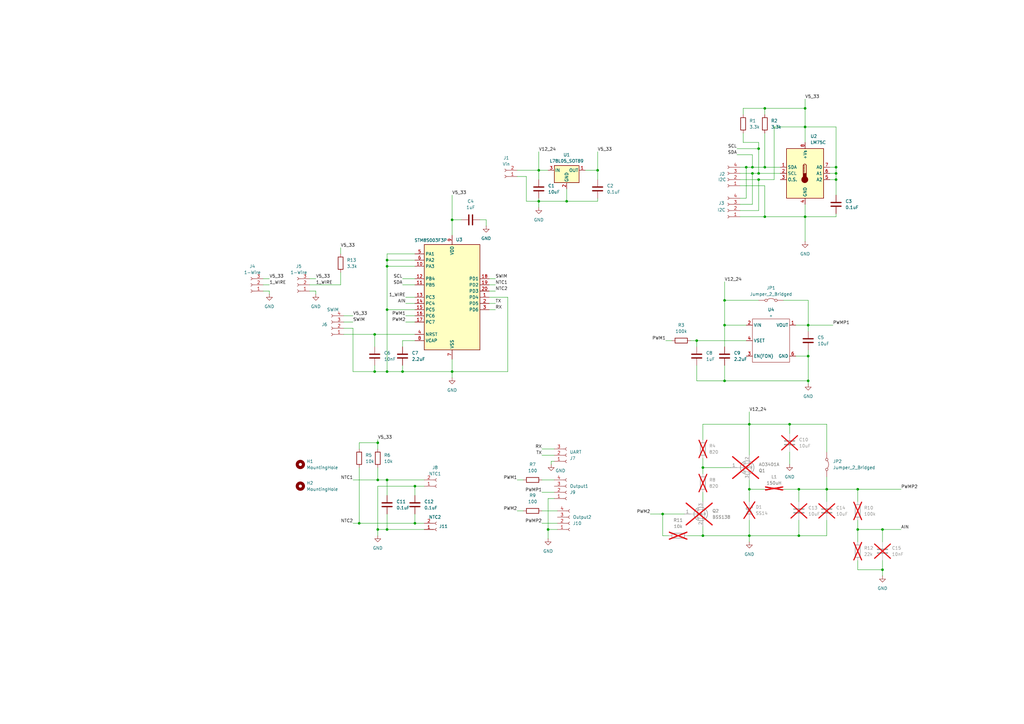
<source format=kicad_sch>
(kicad_sch (version 20231120) (generator "eeschema") (generator_version "8.0")
  (paper "A3")
  (lib_symbols
    (symbol "Connector:Conn_01x02_Socket" (pin_names (offset 1.016) hide)
      (property "Reference" "J" (at 0 2.54 0))
      (property "Value" "Conn_01x02_Socket" (at 0 -5.08 0))
      (symbol "Conn_01x02_Socket_1_1"
        (arc (start 0 -2.032) (mid -0.5058 -2.54) (end 0 -3.048) (stroke (width 0.1524)))
        (polyline (pts (xy -1.27 -2.54) (xy -0.508 -2.54)) (stroke (width 0.1524)))
        (polyline (pts (xy -1.27 0) (xy -0.508 0)) (stroke (width 0.1524)))
        (arc (start 0 0.508) (mid -0.5058 0) (end 0 -0.508) (stroke (width 0.1524)))
        (pin passive line (at -5.08 0 0) (length 3.81) (name "Pin_1") (number "1"))
        (pin passive line (at -5.08 -2.54 0) (length 3.81) (name "Pin_2") (number "2"))
      )
    )
    (symbol "Connector:Conn_01x03_Socket" (pin_names (offset 1.016) hide)
      (property "Reference" "J" (at 0 5.08 0))
      (property "Value" "Conn_01x03_Socket" (at 0 -5.08 0))
      (symbol "Conn_01x03_Socket_1_1"
        (arc (start 0 -2.032) (mid -0.5058 -2.54) (end 0 -3.048) (stroke (width 0.1524)))
        (polyline (pts (xy -1.27 -2.54) (xy -0.508 -2.54)) (stroke (width 0.1524)))
        (polyline (pts (xy -1.27 0) (xy -0.508 0)) (stroke (width 0.1524)))
        (polyline (pts (xy -1.27 2.54) (xy -0.508 2.54)) (stroke (width 0.1524)))
        (arc (start 0 0.508) (mid -0.5058 0) (end 0 -0.508) (stroke (width 0.1524)))
        (arc (start 0 3.048) (mid -0.5058 2.54) (end 0 2.032) (stroke (width 0.1524)))
        (pin passive line (at -5.08 2.54 0) (length 3.81) (name "Pin_1") (number "1"))
        (pin passive line (at -5.08 0 0) (length 3.81) (name "Pin_2") (number "2"))
        (pin passive line (at -5.08 -2.54 0) (length 3.81) (name "Pin_3") (number "3"))
      )
    )
    (symbol "Connector:Conn_01x04_Socket" (pin_names (offset 1.016) hide)
      (property "Reference" "J" (at 0 5.08 0))
      (property "Value" "Conn_01x04_Socket" (at 0 -7.62 0))
      (symbol "Conn_01x04_Socket_1_1"
        (arc (start 0 -4.572) (mid -0.5058 -5.08) (end 0 -5.588) (stroke (width 0.1524)))
        (arc (start 0 -2.032) (mid -0.5058 -2.54) (end 0 -3.048) (stroke (width 0.1524)))
        (polyline (pts (xy -1.27 -5.08) (xy -0.508 -5.08)) (stroke (width 0.1524)))
        (polyline (pts (xy -1.27 -2.54) (xy -0.508 -2.54)) (stroke (width 0.1524)))
        (polyline (pts (xy -1.27 0) (xy -0.508 0)) (stroke (width 0.1524)))
        (polyline (pts (xy -1.27 2.54) (xy -0.508 2.54)) (stroke (width 0.1524)))
        (arc (start 0 0.508) (mid -0.5058 0) (end 0 -0.508) (stroke (width 0.1524)))
        (arc (start 0 3.048) (mid -0.5058 2.54) (end 0 2.032) (stroke (width 0.1524)))
        (pin passive line (at -5.08 2.54 0) (length 3.81) (name "Pin_1") (number "1"))
        (pin passive line (at -5.08 0 0) (length 3.81) (name "Pin_2") (number "2"))
        (pin passive line (at -5.08 -2.54 0) (length 3.81) (name "Pin_3") (number "3"))
        (pin passive line (at -5.08 -5.08 0) (length 3.81) (name "Pin_4") (number "4"))
      )
    )
    (symbol "Custom:NCT3941"
      (property "Reference" "U4" (at 0 10.16 0))
      (property "Value" "~" (at 0 7.62 0))
      (symbol "NCT3941_0_1"
        (rectangle (start -7.62 6.35) (end 7.62 -11.43))
      )
      (symbol "NCT3941_1_0"
        (pin free line (at 10.16 -8.89 180) (length 2.54) hide (name "PAD") (number "9"))
      )
      (symbol "NCT3941_1_1"
        (pin power_out line (at 10.16 3.81 180) (length 2.54) (name "VOUT") (number "1"))
        (pin power_in line (at -10.16 3.81 0) (length 2.54) (name "VIN") (number "2"))
        (pin input line (at -10.16 -8.89 0) (length 2.54) (name "EN(FON)") (number "3"))
        (pin input line (at -10.16 -2.54 0) (length 2.54) (name "VSET") (number "4"))
        (pin free line (at 10.16 -8.89 180) (length 2.54) hide (name "NC") (number "5"))
        (pin power_in line (at 10.16 -8.89 180) (length 2.54) (name "GND") (number "6"))
        (pin free line (at 10.16 -8.89 180) (length 2.54) hide (name "NC") (number "7"))
        (pin free line (at 10.16 -8.89 180) (length 2.54) hide (name "NC") (number "8"))
      )
    )
    (symbol "Device:C" (pin_numbers hide) (pin_names (offset 0.254))
      (property "Reference" "C" (at 0.635 2.54 0))
      (property "Value" "C" (at 0.635 -2.54 0))
      (symbol "C_0_1"
        (polyline (pts (xy -2.032 -0.762) (xy 2.032 -0.762)) (stroke (width 0.508)))
        (polyline (pts (xy -2.032 0.762) (xy 2.032 0.762)) (stroke (width 0.508)))
      )
      (symbol "C_1_1"
        (pin passive line (at 0 3.81 270) (length 2.794) (name "~") (number "1"))
        (pin passive line (at 0 -3.81 90) (length 2.794) (name "~") (number "2"))
      )
    )
    (symbol "Device:L" (pin_numbers hide) (pin_names (offset 1.016) hide)
      (property "Reference" "L" (at -1.27 0 90))
      (property "Value" "L" (at 1.905 0 90))
      (symbol "L_0_1"
        (arc (start 0 -2.54) (mid 0.6323 -1.905) (end 0 -1.27))
        (arc (start 0 -1.27) (mid 0.6323 -0.635) (end 0 0))
        (arc (start 0 0) (mid 0.6323 0.635) (end 0 1.27))
        (arc (start 0 1.27) (mid 0.6323 1.905) (end 0 2.54))
      )
      (symbol "L_1_1"
        (pin passive line (at 0 3.81 270) (length 1.27) (name "1") (number "1"))
        (pin passive line (at 0 -3.81 90) (length 1.27) (name "2") (number "2"))
      )
    )
    (symbol "Device:R" (pin_numbers hide) (pin_names (offset 0))
      (property "Reference" "R" (at 2.032 0 90))
      (property "Value" "R" (at 0 0 90))
      (symbol "R_0_1"
        (rectangle (start -1.016 -2.54) (end 1.016 2.54) (stroke (width 0.254)))
      )
      (symbol "R_1_1"
        (pin passive line (at 0 3.81 270) (length 1.27) (name "~") (number "1"))
        (pin passive line (at 0 -3.81 90) (length 1.27) (name "~") (number "2"))
      )
    )
    (symbol "Diode:SS14" (pin_numbers hide) (pin_names (offset 1.016) hide)
      (property "Reference" "D" (at 0 2.54 0))
      (property "Value" "SS14" (at 0 -2.54 0))
      (symbol "SS14_0_1"
        (polyline (pts (xy 1.27 0) (xy -1.27 0)))
        (polyline (pts (xy 1.27 1.27) (xy 1.27 -1.27) (xy -1.27 0) (xy 1.27 1.27)) (stroke (width 0.254)))
        (polyline (pts (xy -1.905 0.635) (xy -1.905 1.27) (xy -1.27 1.27) (xy -1.27 -1.27) (xy -0.635 -1.27) (xy -0.635 -0.635)) (stroke (width 0.254)))
      )
      (symbol "SS14_1_1"
        (pin passive line (at -3.81 0 0) (length 2.54) (name "K") (number "1"))
        (pin passive line (at 3.81 0 180) (length 2.54) (name "A") (number "2"))
      )
    )
    (symbol "Jumper:Jumper_2_Bridged" (pin_numbers hide) (pin_names (offset 0) hide) (exclude_from_sim yes)
      (property "Reference" "JP" (at 0 1.905 0))
      (property "Value" "Jumper_2_Bridged" (at 0 -2.54 0))
      (symbol "Jumper_2_Bridged_0_0"
        (circle (center -2.032 0) (radius 0.508))
        (circle (center 2.032 0) (radius 0.508))
      )
      (symbol "Jumper_2_Bridged_0_1"
        (arc (start 1.524 0.254) (mid 0 0.762) (end -1.524 0.254))
      )
      (symbol "Jumper_2_Bridged_1_1"
        (pin passive line (at -5.08 0 0) (length 2.54) (name "A") (number "1"))
        (pin passive line (at 5.08 0 180) (length 2.54) (name "B") (number "2"))
      )
    )
    (symbol "MCU_ST_STM8:STM8S003F3P"
      (property "Reference" "U" (at 1.27 25.4 0))
      (property "Value" "STM8S003F3P" (at 1.27 22.86 0))
      (symbol "STM8S003F3P_0_1"
        (rectangle (start -11.43 21.59) (end 11.43 -21.59) (stroke (width 0.254)) (fill (type background)))
      )
      (symbol "STM8S003F3P_1_1"
        (pin bidirectional line (at 15.24 0 180) (length 3.81) (name "PD4") (number "1"))
        (pin bidirectional line (at -15.24 12.7 0) (length 3.81) (name "PA3") (number "10"))
        (pin bidirectional line (at -15.24 5.08 0) (length 3.81) (name "PB5") (number "11"))
        (pin bidirectional line (at -15.24 7.62 0) (length 3.81) (name "PB4") (number "12"))
        (pin bidirectional line (at -15.24 0 0) (length 3.81) (name "PC3") (number "13"))
        (pin bidirectional line (at -15.24 -2.54 0) (length 3.81) (name "PC4") (number "14"))
        (pin bidirectional line (at -15.24 -5.08 0) (length 3.81) (name "PC5") (number "15"))
        (pin bidirectional line (at -15.24 -7.62 0) (length 3.81) (name "PC6") (number "16"))
        (pin bidirectional line (at -15.24 -10.16 0) (length 3.81) (name "PC7") (number "17"))
        (pin bidirectional line (at 15.24 7.62 180) (length 3.81) (name "PD1") (number "18"))
        (pin bidirectional line (at 15.24 5.08 180) (length 3.81) (name "PD2") (number "19"))
        (pin bidirectional line (at 15.24 -2.54 180) (length 3.81) (name "PD5") (number "2"))
        (pin bidirectional line (at 15.24 2.54 180) (length 3.81) (name "PD3") (number "20"))
        (pin bidirectional line (at 15.24 -5.08 180) (length 3.81) (name "PD6") (number "3"))
        (pin input line (at -15.24 -15.24 0) (length 3.81) (name "NRST") (number "4"))
        (pin bidirectional line (at -15.24 17.78 0) (length 3.81) (name "PA1") (number "5"))
        (pin bidirectional line (at -15.24 15.24 0) (length 3.81) (name "PA2") (number "6"))
        (pin power_in line (at 0 -25.4 90) (length 3.81) (name "VSS") (number "7"))
        (pin passive line (at -15.24 -17.78 0) (length 3.81) (name "VCAP") (number "8"))
        (pin power_in line (at 0 25.4 270) (length 3.81) (name "VDD") (number "9"))
      )
    )
    (symbol "Mechanical:MountingHole" (pin_names (offset 1.016)) (exclude_from_sim yes) (in_bom no)
      (property "Reference" "H" (at 0 5.08 0))
      (property "Value" "MountingHole" (at 0 3.175 0))
      (symbol "MountingHole_0_1"
        (circle (center 0 0) (radius 1.27) (stroke (width 1.27)))
      )
    )
    (symbol "Regulator_Linear:L78L05_SOT89" (pin_names (offset 0.254))
      (property "Reference" "U" (at -3.81 3.175 0))
      (property "Value" "L78L05_SOT89" (at -0.635 3.175 0))
      (symbol "L78L05_SOT89_0_1"
        (rectangle (start -5.08 1.905) (end 5.08 -5.08) (stroke (width 0.254)) (fill (type background)))
      )
      (symbol "L78L05_SOT89_1_1"
        (pin power_out line (at 7.62 0 180) (length 2.54) (name "OUT") (number "1"))
        (pin power_in line (at 0 -7.62 90) (length 2.54) (name "GND") (number "2"))
        (pin power_in line (at -7.62 0 0) (length 2.54) (name "IN") (number "3"))
      )
    )
    (symbol "Sensor_Temperature:LM75C"
      (property "Reference" "U" (at -6.35 11.43 0))
      (property "Value" "LM75C" (at 0 11.43 0))
      (symbol "LM75C_0_1"
        (rectangle (start -7.62 10.16) (end 7.62 -10.16) (stroke (width 0.254)) (fill (type background)))
        (circle (center -0.127 -2.54) (radius 1.27) (stroke (width 0.254)) (fill (type outline)))
        (polyline (pts (xy -0.762 0.635) (xy -0.127 0.635)) (stroke (width 0.254)))
        (polyline (pts (xy -0.762 1.27) (xy -0.127 1.27)) (stroke (width 0.254)))
        (polyline (pts (xy -0.762 1.905) (xy -0.127 1.905)) (stroke (width 0.254)))
        (polyline (pts (xy -0.762 2.54) (xy -0.127 2.54)) (stroke (width 0.254)))
        (polyline (pts (xy -0.762 3.175) (xy -0.762 0)) (stroke (width 0.254)))
        (polyline (pts (xy -0.762 3.175) (xy -0.127 3.175)) (stroke (width 0.254)))
        (polyline (pts (xy 0.508 3.175) (xy 0.508 0)) (stroke (width 0.254)))
        (rectangle (start 0.508 -1.905) (end -0.762 0) (stroke (width 0.254)) (fill (type outline)))
        (arc (start 0.508 3.175) (mid -0.127 3.8073) (end -0.762 3.175) (stroke (width 0.254)))
      )
      (symbol "LM75C_1_1"
        (pin bidirectional line (at -10.16 2.54 0) (length 2.54) (name "SDA") (number "1"))
        (pin input line (at -10.16 0 0) (length 2.54) (name "SCL") (number "2"))
        (pin open_collector line (at -10.16 -2.54 0) (length 2.54) (name "O.S.") (number "3"))
        (pin power_in line (at 0 -12.7 90) (length 2.54) (name "GND") (number "4"))
        (pin input line (at 10.16 -2.54 180) (length 2.54) (name "A2") (number "5"))
        (pin input line (at 10.16 0 180) (length 2.54) (name "A1") (number "6"))
        (pin input line (at 10.16 2.54 180) (length 2.54) (name "A0") (number "7"))
        (pin power_in line (at 0 12.7 270) (length 2.54) (name "+Vs") (number "8"))
      )
    )
    (symbol "Transistor_FET:AO3401A" (pin_names hide)
      (property "Reference" "Q" (at 5.08 1.905 0))
      (property "Value" "AO3401A" (at 5.08 0 0))
      (symbol "AO3401A_0_1"
        (polyline (pts (xy 0.254 0) (xy -2.54 0)))
        (polyline (pts (xy 0.254 1.905) (xy 0.254 -1.905)) (stroke (width 0.254)))
        (polyline (pts (xy 0.762 -1.27) (xy 0.762 -2.286)) (stroke (width 0.254)))
        (polyline (pts (xy 0.762 0.508) (xy 0.762 -0.508)) (stroke (width 0.254)))
        (polyline (pts (xy 0.762 2.286) (xy 0.762 1.27)) (stroke (width 0.254)))
        (polyline (pts (xy 2.54 2.54) (xy 2.54 1.778)))
        (polyline (pts (xy 2.54 -2.54) (xy 2.54 0) (xy 0.762 0)))
        (polyline (pts (xy 0.762 1.778) (xy 3.302 1.778) (xy 3.302 -1.778) (xy 0.762 -1.778)))
        (polyline (pts (xy 2.286 0) (xy 1.27 0.381) (xy 1.27 -0.381) (xy 2.286 0)) (fill (type outline)))
        (polyline (pts (xy 2.794 -0.508) (xy 2.921 -0.381) (xy 3.683 -0.381) (xy 3.81 -0.254)))
        (polyline (pts (xy 3.302 -0.381) (xy 2.921 0.254) (xy 3.683 0.254) (xy 3.302 -0.381)))
        (circle (center 1.651 0) (radius 2.794) (stroke (width 0.254)))
        (circle (center 2.54 -1.778) (radius 0.254) (fill (type outline)))
        (circle (center 2.54 1.778) (radius 0.254) (fill (type outline)))
      )
      (symbol "AO3401A_1_1"
        (pin input line (at -5.08 0 0) (length 2.54) (name "G") (number "1"))
        (pin passive line (at 2.54 -5.08 90) (length 2.54) (name "S") (number "2"))
        (pin passive line (at 2.54 5.08 270) (length 2.54) (name "D") (number "3"))
      )
    )
    (symbol "Transistor_FET:BSS138" (pin_names hide)
      (property "Reference" "Q" (at 5.08 1.905 0))
      (property "Value" "BSS138" (at 5.08 0 0))
      (symbol "BSS138_0_1"
        (polyline (pts (xy 0.254 0) (xy -2.54 0)))
        (polyline (pts (xy 0.254 1.905) (xy 0.254 -1.905)) (stroke (width 0.254)))
        (polyline (pts (xy 0.762 -1.27) (xy 0.762 -2.286)) (stroke (width 0.254)))
        (polyline (pts (xy 0.762 0.508) (xy 0.762 -0.508)) (stroke (width 0.254)))
        (polyline (pts (xy 0.762 2.286) (xy 0.762 1.27)) (stroke (width 0.254)))
        (polyline (pts (xy 2.54 2.54) (xy 2.54 1.778)))
        (polyline (pts (xy 2.54 -2.54) (xy 2.54 0) (xy 0.762 0)))
        (polyline (pts (xy 0.762 -1.778) (xy 3.302 -1.778) (xy 3.302 1.778) (xy 0.762 1.778)))
        (polyline (pts (xy 1.016 0) (xy 2.032 0.381) (xy 2.032 -0.381) (xy 1.016 0)) (fill (type outline)))
        (polyline (pts (xy 2.794 0.508) (xy 2.921 0.381) (xy 3.683 0.381) (xy 3.81 0.254)))
        (polyline (pts (xy 3.302 0.381) (xy 2.921 -0.254) (xy 3.683 -0.254) (xy 3.302 0.381)))
        (circle (center 1.651 0) (radius 2.794) (stroke (width 0.254)))
        (circle (center 2.54 -1.778) (radius 0.254) (fill (type outline)))
        (circle (center 2.54 1.778) (radius 0.254) (fill (type outline)))
      )
      (symbol "BSS138_1_1"
        (pin input line (at -5.08 0 0) (length 2.54) (name "G") (number "1"))
        (pin passive line (at 2.54 -5.08 90) (length 2.54) (name "S") (number "2"))
        (pin passive line (at 2.54 5.08 270) (length 2.54) (name "D") (number "3"))
      )
    )
    (symbol "power:GND" (power) (pin_numbers hide) (pin_names (offset 0) hide)
      (property "Value" "GND" (at 0 -3.81 0))
      (symbol "GND_0_1"
        (polyline (pts (xy 0 0) (xy 0 -1.27) (xy 1.27 -1.27) (xy 0 -2.54) (xy -1.27 -1.27) (xy 0 -1.27)))
      )
      (symbol "GND_1_1"
        (pin power_in line (at 0 0 270) (length 0) (name "~") (number "1"))
      )
    )
  )
  (junction (at 313.69 68.58))
  (junction (at 330.2 88.9))
  (junction (at 158.75 127))
  (junction (at 311.15 60.96))
  (junction (at 313.69 88.9))
  (junction (at 220.98 82.55))
  (junction (at 327.66 200.66))
  (junction (at 361.95 233.68))
  (junction (at 245.11 69.85))
  (junction (at 342.9 71.12))
  (junction (at 330.2 52.07))
  (junction (at 307.34 173.99))
  (junction (at 232.41 82.55))
  (junction (at 313.69 44.45))
  (junction (at 323.85 173.99))
  (junction (at 288.29 191.77))
  (junction (at 271.78 210.82))
  (junction (at 170.18 214.63))
  (junction (at 339.09 200.66))
  (junction (at 307.34 200.66))
  (junction (at 285.75 139.7))
  (junction (at 158.75 106.68))
  (junction (at 342.9 73.66))
  (junction (at 158.75 152.4))
  (junction (at 158.75 109.22))
  (junction (at 308.61 71.12))
  (junction (at 297.18 133.35))
  (junction (at 185.42 152.4))
  (junction (at 327.66 219.71))
  (junction (at 158.75 196.85))
  (junction (at 330.2 44.45))
  (junction (at 361.95 217.17))
  (junction (at 342.9 68.58))
  (junction (at 297.18 123.19))
  (junction (at 153.67 137.16))
  (junction (at 331.47 133.35))
  (junction (at 331.47 156.21))
  (junction (at 351.79 200.66))
  (junction (at 311.15 73.66))
  (junction (at 307.34 219.71))
  (junction (at 154.94 217.17))
  (junction (at 165.1 152.4))
  (junction (at 311.15 71.12))
  (junction (at 308.61 68.58))
  (junction (at 147.32 214.63))
  (junction (at 297.18 156.21))
  (junction (at 185.42 90.17))
  (junction (at 220.98 69.85))
  (junction (at 158.75 217.17))
  (junction (at 351.79 217.17))
  (junction (at 331.47 146.05))
  (junction (at 288.29 219.71))
  (junction (at 154.94 181.61))
  (junction (at 154.94 196.85))
  (junction (at 306.07 68.58))
  (junction (at 170.18 199.39))
  (junction (at 224.79 217.17))
  (junction (at 153.67 152.4))
  (wire (pts (xy 351.79 233.68) (xy 361.95 233.68)))
  (wire (pts (xy 208.28 152.4) (xy 208.28 121.92)))
  (wire (pts (xy 170.18 210.82) (xy 170.18 214.63)))
  (wire (pts (xy 165.1 116.84) (xy 170.18 116.84)))
  (wire (pts (xy 311.15 58.42) (xy 311.15 60.96)))
  (wire (pts (xy 224.79 204.47) (xy 224.79 217.17)))
  (wire (pts (xy 281.94 219.71) (xy 288.29 219.71)))
  (wire (pts (xy 339.09 200.66) (xy 351.79 200.66)))
  (wire (pts (xy 288.29 191.77) (xy 299.72 191.77)))
  (wire (pts (xy 144.78 214.63) (xy 147.32 214.63)))
  (wire (pts (xy 331.47 156.21) (xy 331.47 146.05)))
  (wire (pts (xy 297.18 123.19) (xy 311.15 123.19)))
  (wire (pts (xy 215.9 72.39) (xy 215.9 82.55)))
  (wire (pts (xy 304.8 58.42) (xy 311.15 58.42)))
  (wire (pts (xy 351.79 213.36) (xy 351.79 217.17)))
  (wire (pts (xy 313.69 46.99) (xy 313.69 44.45)))
  (wire (pts (xy 212.09 209.55) (xy 214.63 209.55)))
  (wire (pts (xy 303.53 73.66) (xy 311.15 73.66)))
  (wire (pts (xy 144.78 134.62) (xy 144.78 152.4)))
  (wire (pts (xy 170.18 199.39) (xy 173.99 199.39)))
  (wire (pts (xy 327.66 219.71) (xy 339.09 219.71)))
  (wire (pts (xy 323.85 173.99) (xy 307.34 173.99)))
  (wire (pts (xy 147.32 214.63) (xy 170.18 214.63)))
  (wire (pts (xy 166.37 124.46) (xy 170.18 124.46)))
  (wire (pts (xy 165.1 142.24) (xy 165.1 139.7)))
  (wire (pts (xy 361.95 229.87) (xy 361.95 233.68)))
  (wire (pts (xy 311.15 73.66) (xy 317.5 73.66)))
  (wire (pts (xy 199.39 90.17) (xy 196.85 90.17)))
  (wire (pts (xy 154.94 199.39) (xy 154.94 217.17)))
  (wire (pts (xy 327.66 205.74) (xy 327.66 200.66)))
  (wire (pts (xy 342.9 68.58) (xy 342.9 71.12)))
  (wire (pts (xy 342.9 88.9) (xy 330.2 88.9)))
  (wire (pts (xy 361.95 222.25) (xy 361.95 217.17)))
  (wire (pts (xy 127 116.84) (xy 139.7 116.84)))
  (wire (pts (xy 313.69 88.9) (xy 330.2 88.9)))
  (wire (pts (xy 339.09 173.99) (xy 323.85 173.99)))
  (wire (pts (xy 158.75 196.85) (xy 158.75 203.2)))
  (wire (pts (xy 313.69 54.61) (xy 313.69 68.58)))
  (wire (pts (xy 139.7 111.76) (xy 139.7 116.84)))
  (wire (pts (xy 107.95 114.3) (xy 110.49 114.3)))
  (wire (pts (xy 154.94 196.85) (xy 158.75 196.85)))
  (wire (pts (xy 303.53 83.82) (xy 308.61 83.82)))
  (wire (pts (xy 227.33 204.47) (xy 224.79 204.47)))
  (wire (pts (xy 283.21 139.7) (xy 285.75 139.7)))
  (wire (pts (xy 154.94 181.61) (xy 154.94 184.15)))
  (wire (pts (xy 158.75 152.4) (xy 165.1 152.4)))
  (wire (pts (xy 220.98 69.85) (xy 224.79 69.85)))
  (wire (pts (xy 317.5 52.07) (xy 330.2 52.07)))
  (wire (pts (xy 158.75 106.68) (xy 170.18 106.68)))
  (wire (pts (xy 339.09 195.58) (xy 339.09 200.66)))
  (wire (pts (xy 327.66 213.36) (xy 327.66 219.71)))
  (wire (pts (xy 340.36 71.12) (xy 342.9 71.12)))
  (wire (pts (xy 153.67 142.24) (xy 153.67 137.16)))
  (wire (pts (xy 307.34 219.71) (xy 307.34 222.25)))
  (wire (pts (xy 297.18 133.35) (xy 306.07 133.35)))
  (wire (pts (xy 245.11 82.55) (xy 232.41 82.55)))
  (wire (pts (xy 220.98 62.23) (xy 220.98 69.85)))
  (wire (pts (xy 212.09 72.39) (xy 215.9 72.39)))
  (wire (pts (xy 147.32 184.15) (xy 147.32 181.61)))
  (wire (pts (xy 154.94 191.77) (xy 154.94 196.85)))
  (wire (pts (xy 288.29 173.99) (xy 288.29 180.34)))
  (wire (pts (xy 330.2 88.9) (xy 330.2 99.06)))
  (wire (pts (xy 326.39 133.35) (xy 331.47 133.35)))
  (wire (pts (xy 200.66 119.38) (xy 203.2 119.38)))
  (wire (pts (xy 185.42 80.01) (xy 185.42 90.17)))
  (wire (pts (xy 274.32 219.71) (xy 271.78 219.71)))
  (wire (pts (xy 158.75 127) (xy 158.75 152.4)))
  (wire (pts (xy 302.26 63.5) (xy 308.61 63.5)))
  (wire (pts (xy 154.94 180.34) (xy 154.94 181.61)))
  (wire (pts (xy 340.36 68.58) (xy 342.9 68.58)))
  (wire (pts (xy 158.75 217.17) (xy 173.99 217.17)))
  (wire (pts (xy 307.34 173.99) (xy 307.34 186.69)))
  (wire (pts (xy 288.29 219.71) (xy 307.34 219.71)))
  (wire (pts (xy 245.11 73.66) (xy 245.11 69.85)))
  (wire (pts (xy 351.79 229.87) (xy 351.79 233.68)))
  (wire (pts (xy 313.69 68.58) (xy 320.04 68.58)))
  (wire (pts (xy 308.61 68.58) (xy 313.69 68.58)))
  (wire (pts (xy 342.9 87.63) (xy 342.9 88.9)))
  (wire (pts (xy 144.78 196.85) (xy 154.94 196.85)))
  (wire (pts (xy 185.42 152.4) (xy 185.42 154.94)))
  (wire (pts (xy 226.06 189.23) (xy 226.06 190.5)))
  (wire (pts (xy 323.85 185.42) (xy 323.85 190.5)))
  (wire (pts (xy 140.97 132.08) (xy 144.78 132.08)))
  (wire (pts (xy 140.97 134.62) (xy 144.78 134.62)))
  (wire (pts (xy 311.15 60.96) (xy 311.15 71.12)))
  (wire (pts (xy 285.75 139.7) (xy 285.75 142.24)))
  (wire (pts (xy 303.53 76.2) (xy 313.69 76.2)))
  (wire (pts (xy 199.39 92.71) (xy 199.39 90.17)))
  (wire (pts (xy 154.94 217.17) (xy 158.75 217.17)))
  (wire (pts (xy 342.9 52.07) (xy 342.9 68.58)))
  (wire (pts (xy 361.95 217.17) (xy 351.79 217.17)))
  (wire (pts (xy 326.39 146.05) (xy 331.47 146.05)))
  (wire (pts (xy 158.75 210.82) (xy 158.75 217.17)))
  (wire (pts (xy 127 119.38) (xy 129.54 119.38)))
  (wire (pts (xy 232.41 77.47) (xy 232.41 82.55)))
  (wire (pts (xy 306.07 68.58) (xy 308.61 68.58)))
  (wire (pts (xy 200.66 127) (xy 203.2 127)))
  (wire (pts (xy 170.18 199.39) (xy 170.18 203.2)))
  (wire (pts (xy 307.34 219.71) (xy 327.66 219.71)))
  (wire (pts (xy 288.29 201.93) (xy 288.29 205.74)))
  (wire (pts (xy 317.5 73.66) (xy 317.5 52.07)))
  (wire (pts (xy 311.15 73.66) (xy 311.15 86.36)))
  (wire (pts (xy 303.53 71.12) (xy 308.61 71.12)))
  (wire (pts (xy 323.85 173.99) (xy 323.85 177.8)))
  (wire (pts (xy 297.18 142.24) (xy 297.18 133.35)))
  (wire (pts (xy 185.42 147.32) (xy 185.42 152.4)))
  (wire (pts (xy 297.18 123.19) (xy 297.18 133.35)))
  (wire (pts (xy 339.09 205.74) (xy 339.09 200.66)))
  (wire (pts (xy 232.41 82.55) (xy 220.98 82.55)))
  (wire (pts (xy 304.8 46.99) (xy 304.8 44.45)))
  (wire (pts (xy 266.7 210.82) (xy 271.78 210.82)))
  (wire (pts (xy 361.95 233.68) (xy 361.95 236.22)))
  (wire (pts (xy 222.25 186.69) (xy 227.33 186.69)))
  (wire (pts (xy 307.34 173.99) (xy 288.29 173.99)))
  (wire (pts (xy 351.79 217.17) (xy 351.79 222.25)))
  (wire (pts (xy 307.34 200.66) (xy 313.69 200.66)))
  (wire (pts (xy 330.2 40.64) (xy 330.2 44.45)))
  (wire (pts (xy 288.29 191.77) (xy 288.29 194.31)))
  (wire (pts (xy 212.09 196.85) (xy 214.63 196.85)))
  (wire (pts (xy 273.05 139.7) (xy 275.59 139.7)))
  (wire (pts (xy 227.33 189.23) (xy 226.06 189.23)))
  (wire (pts (xy 321.31 123.19) (xy 331.47 123.19)))
  (wire (pts (xy 307.34 213.36) (xy 307.34 219.71)))
  (wire (pts (xy 222.25 184.15) (xy 227.33 184.15)))
  (wire (pts (xy 308.61 71.12) (xy 311.15 71.12)))
  (wire (pts (xy 285.75 139.7) (xy 306.07 139.7)))
  (wire (pts (xy 271.78 219.71) (xy 271.78 210.82)))
  (wire (pts (xy 158.75 104.14) (xy 158.75 106.68)))
  (wire (pts (xy 351.79 200.66) (xy 351.79 205.74)))
  (wire (pts (xy 288.29 215.9) (xy 288.29 219.71)))
  (wire (pts (xy 220.98 81.28) (xy 220.98 82.55)))
  (wire (pts (xy 303.53 68.58) (xy 306.07 68.58)))
  (wire (pts (xy 170.18 104.14) (xy 158.75 104.14)))
  (wire (pts (xy 339.09 185.42) (xy 339.09 173.99)))
  (wire (pts (xy 342.9 73.66) (xy 340.36 73.66)))
  (wire (pts (xy 303.53 81.28) (xy 306.07 81.28)))
  (wire (pts (xy 304.8 44.45) (xy 313.69 44.45)))
  (wire (pts (xy 304.8 54.61) (xy 304.8 58.42)))
  (wire (pts (xy 222.25 196.85) (xy 227.33 196.85)))
  (wire (pts (xy 165.1 152.4) (xy 185.42 152.4)))
  (wire (pts (xy 158.75 109.22) (xy 158.75 127)))
  (wire (pts (xy 303.53 86.36) (xy 311.15 86.36)))
  (wire (pts (xy 306.07 81.28) (xy 306.07 68.58)))
  (wire (pts (xy 224.79 217.17) (xy 224.79 220.98)))
  (wire (pts (xy 129.54 119.38) (xy 129.54 120.65)))
  (wire (pts (xy 297.18 156.21) (xy 331.47 156.21)))
  (wire (pts (xy 307.34 196.85) (xy 307.34 200.66)))
  (wire (pts (xy 140.97 137.16) (xy 153.67 137.16)))
  (wire (pts (xy 327.66 200.66) (xy 321.31 200.66)))
  (wire (pts (xy 331.47 135.89) (xy 331.47 133.35)))
  (wire (pts (xy 107.95 119.38) (xy 110.49 119.38)))
  (wire (pts (xy 308.61 63.5) (xy 308.61 68.58)))
  (wire (pts (xy 170.18 214.63) (xy 173.99 214.63)))
  (wire (pts (xy 313.69 76.2) (xy 313.69 88.9)))
  (wire (pts (xy 220.98 69.85) (xy 220.98 73.66)))
  (wire (pts (xy 166.37 132.08) (xy 170.18 132.08)))
  (wire (pts (xy 144.78 152.4) (xy 153.67 152.4)))
  (wire (pts (xy 165.1 149.86) (xy 165.1 152.4)))
  (wire (pts (xy 165.1 139.7) (xy 170.18 139.7)))
  (wire (pts (xy 212.09 69.85) (xy 220.98 69.85)))
  (wire (pts (xy 285.75 149.86) (xy 285.75 156.21)))
  (wire (pts (xy 153.67 149.86) (xy 153.67 152.4)))
  (wire (pts (xy 185.42 152.4) (xy 208.28 152.4)))
  (wire (pts (xy 153.67 137.16) (xy 170.18 137.16)))
  (wire (pts (xy 140.97 129.54) (xy 144.78 129.54)))
  (wire (pts (xy 222.25 201.93) (xy 227.33 201.93)))
  (wire (pts (xy 271.78 210.82) (xy 280.67 210.82)))
  (wire (pts (xy 200.66 116.84) (xy 203.2 116.84)))
  (wire (pts (xy 222.25 209.55) (xy 228.6 209.55)))
  (wire (pts (xy 339.09 213.36) (xy 339.09 219.71)))
  (wire (pts (xy 307.34 168.91) (xy 307.34 173.99)))
  (wire (pts (xy 331.47 123.19) (xy 331.47 133.35)))
  (wire (pts (xy 361.95 217.17) (xy 369.57 217.17)))
  (wire (pts (xy 330.2 52.07) (xy 342.9 52.07)))
  (wire (pts (xy 351.79 200.66) (xy 369.57 200.66)))
  (wire (pts (xy 331.47 157.48) (xy 331.47 156.21)))
  (wire (pts (xy 307.34 200.66) (xy 307.34 205.74)))
  (wire (pts (xy 331.47 143.51) (xy 331.47 146.05)))
  (wire (pts (xy 139.7 101.6) (xy 139.7 104.14)))
  (wire (pts (xy 158.75 106.68) (xy 158.75 109.22)))
  (wire (pts (xy 147.32 191.77) (xy 147.32 214.63)))
  (wire (pts (xy 166.37 121.92) (xy 170.18 121.92)))
  (wire (pts (xy 330.2 83.82) (xy 330.2 88.9)))
  (wire (pts (xy 339.09 200.66) (xy 327.66 200.66)))
  (wire (pts (xy 222.25 214.63) (xy 228.6 214.63)))
  (wire (pts (xy 313.69 44.45) (xy 330.2 44.45)))
  (wire (pts (xy 342.9 71.12) (xy 342.9 73.66)))
  (wire (pts (xy 166.37 129.54) (xy 170.18 129.54)))
  (wire (pts (xy 110.49 119.38) (xy 110.49 120.65)))
  (wire (pts (xy 297.18 115.57) (xy 297.18 123.19)))
  (wire (pts (xy 107.95 116.84) (xy 110.49 116.84)))
  (wire (pts (xy 308.61 71.12) (xy 308.61 83.82)))
  (wire (pts (xy 165.1 114.3) (xy 170.18 114.3)))
  (wire (pts (xy 297.18 149.86) (xy 297.18 156.21)))
  (wire (pts (xy 200.66 114.3) (xy 203.2 114.3)))
  (wire (pts (xy 153.67 152.4) (xy 158.75 152.4)))
  (wire (pts (xy 288.29 187.96) (xy 288.29 191.77)))
  (wire (pts (xy 185.42 90.17) (xy 185.42 96.52)))
  (wire (pts (xy 330.2 44.45) (xy 330.2 52.07)))
  (wire (pts (xy 330.2 58.42) (xy 330.2 52.07)))
  (wire (pts (xy 208.28 121.92) (xy 200.66 121.92)))
  (wire (pts (xy 170.18 199.39) (xy 154.94 199.39)))
  (wire (pts (xy 303.53 88.9) (xy 313.69 88.9)))
  (wire (pts (xy 215.9 82.55) (xy 220.98 82.55)))
  (wire (pts (xy 285.75 156.21) (xy 297.18 156.21)))
  (wire (pts (xy 189.23 90.17) (xy 185.42 90.17)))
  (wire (pts (xy 224.79 217.17) (xy 228.6 217.17)))
  (wire (pts (xy 245.11 81.28) (xy 245.11 82.55)))
  (wire (pts (xy 245.11 62.23) (xy 245.11 69.85)))
  (wire (pts (xy 158.75 127) (xy 170.18 127)))
  (wire (pts (xy 302.26 60.96) (xy 311.15 60.96)))
  (wire (pts (xy 331.47 133.35) (xy 341.63 133.35)))
  (wire (pts (xy 147.32 181.61) (xy 154.94 181.61)))
  (wire (pts (xy 245.11 69.85) (xy 240.03 69.85)))
  (wire (pts (xy 154.94 219.71) (xy 154.94 217.17)))
  (wire (pts (xy 200.66 124.46) (xy 203.2 124.46)))
  (wire (pts (xy 170.18 109.22) (xy 158.75 109.22)))
  (wire (pts (xy 220.98 82.55) (xy 220.98 85.09)))
  (wire (pts (xy 342.9 73.66) (xy 342.9 80.01)))
  (wire (pts (xy 311.15 71.12) (xy 320.04 71.12)))
  (wire (pts (xy 127 114.3) (xy 129.54 114.3)))
  (wire (pts (xy 158.75 196.85) (xy 173.99 196.85)))
  (label "SDA" (at 165.1 116.84 180))
  (label "NTC1" (at 203.2 116.84 0))
  (label "NTC1" (at 144.78 196.85 180))
  (label "V5_33" (at 139.7 101.6 0))
  (label "PWMP2" (at 369.57 200.66 0))
  (label "PWM2" (at 266.7 210.82 180))
  (label "NTC2" (at 144.78 214.63 180))
  (label "V12_24" (at 220.98 62.23 0))
  (label "V5_33" (at 330.2 40.64 0))
  (label "AIN" (at 369.57 217.17 0))
  (label "PWMP2" (at 222.25 214.63 180))
  (label "V12_24" (at 297.18 115.57 0))
  (label "SWIM" (at 203.2 114.3 0))
  (label "1_WIRE" (at 110.49 116.84 0))
  (label "PWMP1" (at 222.25 201.93 180))
  (label "PWM1" (at 273.05 139.7 180))
  (label "TX" (at 203.2 124.46 0))
  (label "V5_33" (at 144.78 129.54 0))
  (label "RX" (at 222.25 184.15 180))
  (label "PWMP1" (at 341.63 133.35 0))
  (label "PWM2" (at 212.09 209.55 180))
  (label "V5_33" (at 185.42 80.01 0))
  (label "V5_33" (at 245.11 62.23 0))
  (label "SCL" (at 165.1 114.3 180))
  (label "1_WIRE" (at 129.54 116.84 0))
  (label "PWM2" (at 166.37 132.08 180))
  (label "V5_33" (at 154.94 180.34 0))
  (label "RX" (at 203.2 127 0))
  (label "SDA" (at 302.26 63.5 180))
  (label "V5_33" (at 129.54 114.3 0))
  (label "SWIM" (at 144.78 132.08 0))
  (label "AIN" (at 166.37 124.46 180))
  (label "V5_33" (at 110.49 114.3 0))
  (label "PWM1" (at 212.09 196.85 180))
  (label "1_WIRE" (at 166.37 121.92 180))
  (label "TX" (at 222.25 186.69 180))
  (label "V12_24" (at 307.34 168.91 0))
  (label "PWM1" (at 166.37 129.54 180))
  (label "NTC2" (at 203.2 119.38 0))
  (label "SCL" (at 302.26 60.96 180))
  (symbol (lib_id "Connector:Conn_01x03_Socket") (at 102.87 116.84 180) (unit 1)
    (property "Reference" "J4" (at 103.505 109.22 0))
    (property "Value" "1-Wire" (at 103.505 111.76 0))
    (property "Footprint" "Connector_PinSocket_2.54mm:PinSocket_1x03_P2.54mm_Vertical" (effects (hide yes)))
    (property "Description" "Generic connector, single row, 01x03, script generated" (effects (hide yes)))
  )
  (symbol (lib_id "Device:R") (at 147.32 187.96 180) (unit 1)
    (property "Reference" "R5" (at 149.86 186.6899 0) (effects (justify right)))
    (property "Value" "10k" (at 149.86 189.2299 0) (effects (justify right)))
    (property "Footprint" "Resistor_SMD:R_0603_1608Metric" (effects (hide yes)))
    (property "Description" "Resistor" (effects (hide yes)))
  )
  (symbol (lib_id "power:GND") (at 185.42 154.94 0) (unit 1)
    (property "Reference" "#PWR06" (effects (hide yes)))
    (property "Value" "GND" (at 185.42 160.02 0))
    (property "Description" "Power symbol creates a global label with name \"GND\" , ground" (effects (hide yes)))
  )
  (symbol (lib_id "Device:C") (at 323.85 181.61 180) (unit 1) (dnp yes)
    (property "Reference" "C10" (at 327.66 180.3399 0) (effects (justify right)))
    (property "Value" "10uF" (at 327.66 182.8799 0) (effects (justify right)))
    (property "Footprint" "Capacitor_SMD:C_1206_3216Metric" (effects (hide yes)))
    (property "Description" "Unpolarized capacitor" (effects (hide yes)))
  )
  (symbol (lib_id "Sensor_Temperature:LM75C") (at 330.2 71.12 0) (unit 1)
    (property "Reference" "U2" (at 332.3941 55.88 0) (effects (justify left)))
    (property "Value" "LM75C" (at 332.3941 58.42 0) (effects (justify left)))
    (property "Footprint" "Package_SO:SOIC-8_3.9x4.9mm_P1.27mm" (effects (hide yes)))
    (property "Datasheet" "http://www.ti.com/lit/ds/symlink/lm75b.pdf" (effects (hide yes)))
    (property "Description" " Digital Temperature Sensor & Thermal Watchdog, SOIC-8 and VSSOP-8" (effects (hide yes)))
  )
  (symbol (lib_id "Device:R") (at 313.69 50.8 180) (unit 1)
    (property "Reference" "R2" (at 316.23 49.5299 0) (effects (justify right)))
    (property "Value" "3.3k" (at 316.23 52.0699 0) (effects (justify right)))
    (property "Footprint" "Resistor_SMD:R_0603_1608Metric" (effects (hide yes)))
    (property "Description" "Resistor" (effects (hide yes)))
  )
  (symbol (lib_id "Connector:Conn_01x02_Socket") (at 179.07 199.39 0) (mirror x) (unit 1)
    (property "Reference" "J8" (at 178.435 191.77 0))
    (property "Value" "NTC1" (at 178.435 194.31 0))
    (property "Footprint" "Connector_PinHeader_2.54mm:PinHeader_1x02_P2.54mm_Vertical" (effects (hide yes)))
    (property "Description" "Generic connector, single row, 01x02, script generated" (effects (hide yes)))
  )
  (symbol (lib_id "Device:C") (at 285.75 146.05 180) (unit 1)
    (property "Reference" "C8" (at 289.56 144.7799 0) (effects (justify right)))
    (property "Value" "1uF" (at 289.56 147.3199 0) (effects (justify right)))
    (property "Footprint" "Capacitor_SMD:C_0603_1608Metric" (effects (hide yes)))
    (property "Description" "Unpolarized capacitor" (effects (hide yes)))
  )
  (symbol (lib_id "power:GND") (at 331.47 157.48 0) (unit 1)
    (property "Reference" "#PWR07" (effects (hide yes)))
    (property "Value" "GND" (at 331.47 162.56 0))
    (property "Description" "Power symbol creates a global label with name \"GND\" , ground" (effects (hide yes)))
  )
  (symbol (lib_id "power:GND") (at 361.95 236.22 0) (unit 1)
    (property "Reference" "#PWR013" (effects (hide yes)))
    (property "Value" "GND" (at 361.95 241.3 0))
    (property "Description" "Power symbol creates a global label with name \"GND\" , ground" (effects (hide yes)))
  )
  (symbol (lib_id "power:GND") (at 224.79 220.98 0) (unit 1)
    (property "Reference" "#PWR011" (effects (hide yes)))
    (property "Value" "GND" (at 224.79 226.06 0))
    (property "Description" "Power symbol creates a global label with name \"GND\" , ground" (effects (hide yes)))
  )
  (symbol (lib_id "Device:R") (at 139.7 107.95 0) (unit 1)
    (property "Reference" "R13" (at 142.24 106.6799 0) (effects (justify left)))
    (property "Value" "3.3k" (at 142.24 109.2199 0) (effects (justify left)))
    (property "Footprint" "Resistor_SMD:R_0603_1608Metric" (effects (hide yes)))
    (property "Description" "Resistor" (effects (hide yes)))
  )
  (symbol (lib_id "Device:C") (at 158.75 207.01 0) (unit 1)
    (property "Reference" "C11" (at 162.56 205.7399 0) (effects (justify left)))
    (property "Value" "0.1uF" (at 162.56 208.2799 0) (effects (justify left)))
    (property "Footprint" "Capacitor_SMD:C_0603_1608Metric" (effects (hide yes)))
    (property "Description" "Unpolarized capacitor" (effects (hide yes)))
  )
  (symbol (lib_id "Device:R") (at 288.29 198.12 180) (unit 1) (dnp yes)
    (property "Reference" "R8" (at 290.83 196.8499 0) (effects (justify right)))
    (property "Value" "820" (at 290.83 199.3899 0) (effects (justify right)))
    (property "Footprint" "Resistor_SMD:R_1206_3216Metric" (effects (hide yes)))
    (property "Description" "Resistor" (effects (hide yes)))
  )
  (symbol (lib_id "Connector:Conn_01x04_Socket") (at 298.45 73.66 180) (unit 1)
    (property "Reference" "J2" (at 296.164 71.374 0))
    (property "Value" "I2C" (at 296.164 73.66 0))
    (property "Footprint" "Connector_PinSocket_2.54mm:PinSocket_1x04_P2.54mm_Vertical" (effects (hide yes)))
    (property "Description" "Generic connector, single row, 01x04, script generated" (effects (hide yes)))
  )
  (symbol (lib_id "Custom:NCT3941") (at 316.23 137.16 0) (unit 1)
    (property "Reference" "U4" (at 316.23 127 0))
    (property "Value" "~" (at 316.23 129.54 0))
    (property "Footprint" "Package_SO:SOIC-8-1EP_3.9x4.9mm_P1.27mm_EP2.41x3.3mm_ThermalVias" (effects (hide yes)))
  )
  (symbol (lib_id "Device:R") (at 154.94 187.96 180) (unit 1)
    (property "Reference" "R6" (at 157.48 186.6899 0) (effects (justify right)))
    (property "Value" "10k" (at 157.48 189.2299 0) (effects (justify right)))
    (property "Footprint" "Resistor_SMD:R_0603_1608Metric" (effects (hide yes)))
    (property "Description" "Resistor" (effects (hide yes)))
  )
  (symbol (lib_id "Connector:Conn_01x04_Socket") (at 233.68 214.63 0) (mirror x) (unit 1)
    (property "Reference" "J10" (at 234.94 214.6301 0) (effects (justify left)))
    (property "Value" "Output2" (at 234.94 212.0901 0) (effects (justify left)))
    (property "Footprint" "Connector:FanPinHeader_1x04_P2.54mm_Vertical" (effects (hide yes)))
    (property "Description" "Generic connector, single row, 01x04, script generated" (effects (hide yes)))
  )
  (symbol (lib_id "Device:R") (at 279.4 139.7 90) (unit 1)
    (property "Reference" "R3" (at 279.4 133.35 90))
    (property "Value" "100k" (at 279.4 135.89 90))
    (property "Footprint" "Resistor_SMD:R_0603_1608Metric" (effects (hide yes)))
    (property "Description" "Resistor" (effects (hide yes)))
  )
  (symbol (lib_id "Connector:Conn_01x04_Socket") (at 298.45 86.36 180) (unit 1)
    (property "Reference" "J3" (at 295.91 83.312 0))
    (property "Value" "I2C" (at 295.91 86.106 0))
    (property "Footprint" "Connector_PinSocket_2.54mm:PinSocket_1x04_P2.54mm_Vertical" (effects (hide yes)))
    (property "Description" "Generic connector, single row, 01x04, script generated" (effects (hide yes)))
  )
  (symbol (lib_id "MCU_ST_STM8:STM8S003F3P") (at 185.42 121.92 0) (unit 1)
    (property "Reference" "U3" (at 186.944 98.298 0) (effects (justify left)))
    (property "Value" "STM8S003F3P" (at 169.926 98.552 0) (effects (justify left)))
    (property "Footprint" "Package_SO:TSSOP-20_4.4x6.5mm_P0.65mm" (effects (hide yes)))
    (property "Datasheet" "http://www.st.com/st-web-ui/static/active/en/resource/technical/document/datasheet/DM00024550.pdf" (effects (hide yes)))
    (property "Description" "16MHz, 8K Flash, 1K RAM, 128 EEPROM, USART, I²C, SPI, TSSOP-20" (effects (hide yes)))
  )
  (symbol (lib_id "power:GND") (at 129.54 120.65 0) (unit 1)
    (property "Reference" "#PWR05" (effects (hide yes)))
    (property "Value" "GND" (at 129.54 125.73 0))
    (property "Description" "Power symbol creates a global label with name \"GND\" , ground" (effects (hide yes)))
  )
  (symbol (lib_id "Device:C") (at 339.09 209.55 180) (unit 1) (dnp yes)
    (property "Reference" "C14" (at 342.9 208.2799 0) (effects (justify right)))
    (property "Value" "10uF" (at 342.9 210.8199 0) (effects (justify right)))
    (property "Footprint" "Capacitor_SMD:C_1206_3216Metric" (effects (hide yes)))
    (property "Description" "Unpolarized capacitor" (effects (hide yes)))
  )
  (symbol (lib_id "power:GND") (at 154.94 219.71 0) (unit 1)
    (property "Reference" "#PWR010" (effects (hide yes)))
    (property "Value" "GND" (at 154.94 224.79 0))
    (property "Description" "Power symbol creates a global label with name \"GND\" , ground" (effects (hide yes)))
  )
  (symbol (lib_id "power:GND") (at 330.2 99.06 0) (unit 1)
    (property "Reference" "#PWR03" (effects (hide yes)))
    (property "Value" "GND" (at 330.2 104.14 0))
    (property "Description" "Power symbol creates a global label with name \"GND\" , ground" (effects (hide yes)))
  )
  (symbol (lib_id "Device:C") (at 361.95 226.06 0) (unit 1) (dnp yes)
    (property "Reference" "C15" (at 365.76 224.7899 0) (effects (justify left)))
    (property "Value" "10nF" (at 365.76 227.3299 0) (effects (justify left)))
    (property "Footprint" "Capacitor_SMD:C_0603_1608Metric" (effects (hide yes)))
    (property "Description" "Unpolarized capacitor" (effects (hide yes)))
  )
  (symbol (lib_id "Device:R") (at 351.79 226.06 180) (unit 1) (dnp yes)
    (property "Reference" "R12" (at 354.33 224.7899 0) (effects (justify right)))
    (property "Value" "22k" (at 354.33 227.3299 0) (effects (justify right)))
    (property "Footprint" "Resistor_SMD:R_0603_1608Metric" (effects (hide yes)))
    (property "Description" "Resistor" (effects (hide yes)))
  )
  (symbol (lib_id "Connector:Conn_01x03_Socket") (at 121.92 116.84 180) (unit 1)
    (property "Reference" "J5" (at 122.555 109.22 0))
    (property "Value" "1-Wire" (at 122.555 111.76 0))
    (property "Footprint" "Connector_PinSocket_2.54mm:PinSocket_1x03_P2.54mm_Vertical" (effects (hide yes)))
    (property "Description" "Generic connector, single row, 01x03, script generated" (effects (hide yes)))
  )
  (symbol (lib_id "Device:C") (at 193.04 90.17 90) (unit 1)
    (property "Reference" "C4" (at 193.04 82.55 90))
    (property "Value" "1uF" (at 193.04 85.09 90))
    (property "Footprint" "Capacitor_SMD:C_0603_1608Metric" (effects (hide yes)))
    (property "Description" "Unpolarized capacitor" (effects (hide yes)))
  )
  (symbol (lib_id "Device:R") (at 288.29 184.15 180) (unit 1) (dnp yes)
    (property "Reference" "R4" (at 290.83 182.8799 0) (effects (justify right)))
    (property "Value" "820" (at 290.83 185.4199 0) (effects (justify right)))
    (property "Footprint" "Resistor_SMD:R_1206_3216Metric" (effects (hide yes)))
    (property "Description" "Resistor" (effects (hide yes)))
  )
  (symbol (lib_id "Device:C") (at 245.11 77.47 0) (unit 1)
    (property "Reference" "C2" (at 248.92 76.1999 0) (effects (justify left)))
    (property "Value" "0.1uF" (at 248.92 78.7399 0) (effects (justify left)))
    (property "Footprint" "Capacitor_SMD:C_0603_1608Metric" (effects (hide yes)))
    (property "Description" "Unpolarized capacitor" (effects (hide yes)))
  )
  (symbol (lib_id "Device:R") (at 218.44 209.55 90) (unit 1)
    (property "Reference" "R9" (at 218.44 203.2 90))
    (property "Value" "100" (at 218.44 205.74 90))
    (property "Footprint" "Resistor_SMD:R_0603_1608Metric" (effects (hide yes)))
    (property "Description" "Resistor" (effects (hide yes)))
  )
  (symbol (lib_id "Device:R") (at 278.13 219.71 270) (unit 1) (dnp yes)
    (property "Reference" "R11" (at 278.13 213.36 90))
    (property "Value" "10k" (at 278.13 215.9 90))
    (property "Footprint" "Resistor_SMD:R_0603_1608Metric" (effects (hide yes)))
    (property "Description" "Resistor" (effects (hide yes)))
  )
  (symbol (lib_id "power:GND") (at 307.34 222.25 0) (unit 1)
    (property "Reference" "#PWR012" (effects (hide yes)))
    (property "Value" "GND" (at 307.34 227.33 0))
    (property "Description" "Power symbol creates a global label with name \"GND\" , ground" (effects (hide yes)))
  )
  (symbol (lib_id "Device:C") (at 153.67 146.05 0) (unit 1)
    (property "Reference" "C6" (at 157.48 144.7799 0) (effects (justify left)))
    (property "Value" "10nF" (at 157.48 147.3199 0) (effects (justify left)))
    (property "Footprint" "Capacitor_SMD:C_0603_1608Metric" (effects (hide yes)))
    (property "Description" "Unpolarized capacitor" (effects (hide yes)))
  )
  (symbol (lib_id "Device:C") (at 297.18 146.05 180) (unit 1)
    (property "Reference" "C9" (at 300.99 144.7799 0) (effects (justify right)))
    (property "Value" "2.2uF" (at 300.99 147.3199 0) (effects (justify right)))
    (property "Footprint" "Capacitor_SMD:C_0603_1608Metric" (effects (hide yes)))
    (property "Description" "Unpolarized capacitor" (effects (hide yes)))
  )
  (symbol (lib_id "power:GND") (at 226.06 190.5 0) (unit 1)
    (property "Reference" "#PWR08" (effects (hide yes)))
    (property "Value" "GND" (at 229.87 193.04 0))
    (property "Description" "Power symbol creates a global label with name \"GND\" , ground" (effects (hide yes)))
  )
  (symbol (lib_id "Device:C") (at 342.9 83.82 0) (unit 1)
    (property "Reference" "C3" (at 346.71 82.5499 0) (effects (justify left)))
    (property "Value" "0.1uF" (at 346.71 85.0899 0) (effects (justify left)))
    (property "Footprint" "Capacitor_SMD:C_0603_1608Metric" (effects (hide yes)))
    (property "Description" "Unpolarized capacitor" (effects (hide yes)))
  )
  (symbol (lib_id "Regulator_Linear:L78L05_SOT89") (at 232.41 69.85 0) (unit 1)
    (property "Reference" "U1" (at 232.41 63.5 0))
    (property "Value" "L78L05_SOT89" (at 232.41 66.04 0))
    (property "Footprint" "Package_TO_SOT_SMD:SOT-89-3" (effects (hide yes)))
    (property "Datasheet" "http://www.st.com/content/ccc/resource/technical/document/datasheet/15/55/e5/aa/23/5b/43/fd/CD00000446.pdf/files/CD00000446.pdf/jcr:content/translations/en.CD00000446.pdf" (effects (hide yes)))
    (property "Description" "Positive 100mA 30V Linear Regulator, Fixed Output 5V, SOT-89" (effects (hide yes)))
  )
  (symbol (lib_id "power:GND") (at 199.39 92.71 0) (unit 1)
    (property "Reference" "#PWR02" (effects (hide yes)))
    (property "Value" "GND" (at 199.39 97.79 0))
    (property "Description" "Power symbol creates a global label with name \"GND\" , ground" (effects (hide yes)))
  )
  (symbol (lib_id "Connector:Conn_01x02_Socket") (at 179.07 217.17 0) (mirror x) (unit 1)
    (property "Reference" "J11" (at 181.864 215.9 0))
    (property "Value" "NTC2" (at 178.435 212.09 0))
    (property "Footprint" "Connector_PinHeader_2.54mm:PinHeader_1x02_P2.54mm_Vertical" (effects (hide yes)))
    (property "Description" "Generic connector, single row, 01x02, script generated" (effects (hide yes)))
  )
  (symbol (lib_id "Connector:Conn_01x04_Socket") (at 232.41 201.93 0) (mirror x) (unit 1)
    (property "Reference" "J9" (at 233.68 201.9301 0) (effects (justify left)))
    (property "Value" "Output1" (at 233.68 199.3901 0) (effects (justify left)))
    (property "Footprint" "Connector:FanPinHeader_1x04_P2.54mm_Vertical" (effects (hide yes)))
    (property "Description" "Generic connector, single row, 01x04, script generated" (effects (hide yes)))
  )
  (symbol (lib_id "Device:C") (at 331.47 139.7 0) (unit 1)
    (property "Reference" "C5" (at 335.28 138.4299 0) (effects (justify left)))
    (property "Value" "10uF" (at 335.28 140.9699 0) (effects (justify left)))
    (property "Footprint" "Capacitor_SMD:C_1206_3216Metric" (effects (hide yes)))
    (property "Description" "Unpolarized capacitor" (effects (hide yes)))
  )
  (symbol (lib_id "Device:C") (at 327.66 209.55 180) (unit 1) (dnp yes)
    (property "Reference" "C13" (at 331.47 208.2799 0) (effects (justify right)))
    (property "Value" "10uF" (at 331.47 210.8199 0) (effects (justify right)))
    (property "Footprint" "Capacitor_SMD:C_1206_3216Metric" (effects (hide yes)))
    (property "Description" "Unpolarized capacitor" (effects (hide yes)))
  )
  (symbol (lib_id "Diode:SS14") (at 307.34 209.55 270) (unit 1) (dnp yes)
    (property "Reference" "D1" (at 309.88 207.9624 90) (effects (justify left)))
    (property "Value" "SS14" (at 309.88 210.5024 90) (effects (justify left)))
    (property "Footprint" "Diode_SMD:D_SMA" (effects (hide yes)))
    (property "Datasheet" "https://www.vishay.com/docs/88746/ss12.pdf" (effects (hide yes)))
    (property "Description" "40V 1A Schottky Diode, SMA" (effects (hide yes)))
  )
  (symbol (lib_id "Device:R") (at 351.79 209.55 180) (unit 1) (dnp yes)
    (property "Reference" "R10" (at 354.33 208.2799 0) (effects (justify right)))
    (property "Value" "100k" (at 354.33 210.8199 0) (effects (justify right)))
    (property "Footprint" "Resistor_SMD:R_0603_1608Metric" (effects (hide yes)))
    (property "Description" "Resistor" (effects (hide yes)))
  )
  (symbol (lib_id "Mechanical:MountingHole") (at 123.19 199.39 0) (unit 1) (exclude_from_sim yes) (in_bom no)
    (property "Reference" "H2" (at 125.73 198.1199 0) (effects (justify left)))
    (property "Value" "MountingHole" (at 125.73 200.6599 0) (effects (justify left)))
    (property "Footprint" "MountingHole:MountingHole_2.7mm_M2.5" (effects (hide yes)))
    (property "Description" "Mounting Hole without connection" (effects (hide yes)))
  )
  (symbol (lib_id "Device:C") (at 220.98 77.47 0) (unit 1)
    (property "Reference" "C1" (at 224.79 76.1999 0) (effects (justify left)))
    (property "Value" "10uF" (at 224.79 78.7399 0) (effects (justify left)))
    (property "Footprint" "Capacitor_SMD:C_1206_3216Metric" (effects (hide yes)))
    (property "Description" "Unpolarized capacitor" (effects (hide yes)))
  )
  (symbol (lib_id "Connector:Conn_01x02_Socket") (at 207.01 72.39 180) (unit 1)
    (property "Reference" "J1" (at 207.645 64.77 0))
    (property "Value" "Vin" (at 207.645 67.31 0))
    (property "Footprint" "Connector_Wire:SolderWire-0.5sqmm_1x02_P4.8mm_D0.9mm_OD2.3mm" (effects (hide yes)))
    (property "Description" "Generic connector, single row, 01x02, script generated" (effects (hide yes)))
  )
  (symbol (lib_id "power:GND") (at 220.98 85.09 0) (unit 1)
    (property "Reference" "#PWR01" (effects (hide yes)))
    (property "Value" "GND" (at 220.98 90.17 0))
    (property "Description" "Power symbol creates a global label with name \"GND\" , ground" (effects (hide yes)))
  )
  (symbol (lib_id "Device:C") (at 165.1 146.05 180) (unit 1)
    (property "Reference" "C7" (at 168.91 144.7799 0) (effects (justify right)))
    (property "Value" "2.2uF" (at 168.91 147.3199 0) (effects (justify right)))
    (property "Footprint" "Capacitor_SMD:C_0603_1608Metric" (effects (hide yes)))
    (property "Description" "Unpolarized capacitor" (effects (hide yes)))
  )
  (symbol (lib_id "Device:C") (at 170.18 207.01 0) (unit 1)
    (property "Reference" "C12" (at 173.99 205.7399 0) (effects (justify left)))
    (property "Value" "0.1uF" (at 173.99 208.2799 0) (effects (justify left)))
    (property "Footprint" "Capacitor_SMD:C_0603_1608Metric" (effects (hide yes)))
    (property "Description" "Unpolarized capacitor" (effects (hide yes)))
  )
  (symbol (lib_id "Transistor_FET:AO3401A") (at 304.8 191.77 0) (mirror x) (unit 1) (dnp yes)
    (property "Reference" "Q1" (at 311.15 193.0401 0) (effects (justify left)))
    (property "Value" "AO3401A" (at 311.15 190.5001 0) (effects (justify left)))
    (property "Footprint" "Package_TO_SOT_SMD:SOT-23" (effects (hide yes)))
    (property "Datasheet" "http://www.aosmd.com/pdfs/datasheet/AO3401A.pdf" (effects (hide yes)))
    (property "Description" "-4.0A Id, -30V Vds, P-Channel MOSFET, SOT-23" (effects (hide yes)))
  )
  (symbol (lib_id "Connector:Conn_01x04_Socket") (at 135.89 134.62 180) (unit 1)
    (property "Reference" "J6" (at 133.096 133.096 0))
    (property "Value" "SWIM" (at 136.525 127 0))
    (property "Footprint" "Connector_PinSocket_2.54mm:PinSocket_1x04_P2.54mm_Vertical" (effects (hide yes)))
    (property "Description" "Generic connector, single row, 01x04, script generated" (effects (hide yes)))
  )
  (symbol (lib_id "Mechanical:MountingHole") (at 123.19 190.5 0) (unit 1) (exclude_from_sim yes) (in_bom no)
    (property "Reference" "H1" (at 125.73 189.2299 0) (effects (justify left)))
    (property "Value" "MountingHole" (at 125.73 191.7699 0) (effects (justify left)))
    (property "Footprint" "MountingHole:MountingHole_2.7mm_M2.5" (effects (hide yes)))
    (property "Description" "Mounting Hole without connection" (effects (hide yes)))
  )
  (symbol (lib_id "Device:L") (at 317.5 200.66 90) (unit 1) (dnp yes)
    (property "Reference" "L1" (at 317.5 195.58 90))
    (property "Value" "150uH" (at 317.5 198.12 90))
    (property "Footprint" "Inductor_THT:L_Radial_D7.0mm_P3.00mm" (effects (hide yes)))
    (property "Description" "Inductor" (effects (hide yes)))
  )
  (symbol (lib_id "Connector:Conn_01x03_Socket") (at 232.41 186.69 0) (mirror x) (unit 1)
    (property "Reference" "J7" (at 233.68 187.9601 0) (effects (justify left)))
    (property "Value" "UART" (at 233.68 185.4201 0) (effects (justify left)))
    (property "Footprint" "Connector_PinSocket_2.54mm:PinSocket_1x03_P2.54mm_Vertical" (effects (hide yes)))
    (property "Description" "Generic connector, single row, 01x03, script generated" (effects (hide yes)))
  )
  (symbol (lib_id "Jumper:Jumper_2_Bridged") (at 316.23 123.19 0) (unit 1) (exclude_from_sim yes)
    (property "Reference" "JP1" (at 316.23 118.11 0))
    (property "Value" "Jumper_2_Bridged" (at 316.23 120.65 0))
    (property "Footprint" "Jumper:SolderJumper-2_P1.3mm_Open_RoundedPad1.0x1.5mm" (effects (hide yes)))
    (property "Description" "Jumper, 2-pole, closed/bridged" (effects (hide yes)))
  )
  (symbol (lib_id "Transistor_FET:BSS138") (at 285.75 210.82 0) (unit 1) (dnp yes)
    (property "Reference" "Q2" (at 292.1 209.5499 0) (effects (justify left)))
    (property "Value" "BSS138" (at 292.1 212.0899 0) (effects (justify left)))
    (property "Footprint" "Package_TO_SOT_SMD:SOT-23" (effects (hide yes)))
    (property "Datasheet" "https://www.onsemi.com/pub/Collateral/BSS138-D.PDF" (effects (hide yes)))
    (property "Description" "50V Vds, 0.22A Id, N-Channel MOSFET, SOT-23" (effects (hide yes)))
  )
  (symbol (lib_id "Device:R") (at 218.44 196.85 90) (unit 1)
    (property "Reference" "R7" (at 218.44 190.5 90))
    (property "Value" "100" (at 218.44 193.04 90))
    (property "Footprint" "Resistor_SMD:R_0603_1608Metric" (effects (hide yes)))
    (property "Description" "Resistor" (effects (hide yes)))
  )
  (symbol (lib_id "Jumper:Jumper_2_Bridged") (at 339.09 190.5 270) (unit 1) (exclude_from_sim yes)
    (property "Reference" "JP2" (at 341.63 189.2299 90) (effects (justify left)))
    (property "Value" "Jumper_2_Bridged" (at 341.63 191.7699 90) (effects (justify left)))
    (property "Footprint" "Jumper:SolderJumper-2_P1.3mm_Open_RoundedPad1.0x1.5mm" (effects (hide yes)))
    (property "Description" "Jumper, 2-pole, closed/bridged" (effects (hide yes)))
  )
  (symbol (lib_id "Device:R") (at 304.8 50.8 0) (unit 1)
    (property "Reference" "R1" (at 307.34 49.5299 0) (effects (justify left)))
    (property "Value" "3.3k" (at 307.34 52.0699 0) (effects (justify left)))
    (property "Footprint" "Resistor_SMD:R_0603_1608Metric" (effects (hide yes)))
    (property "Description" "Resistor" (effects (hide yes)))
  )
  (symbol (lib_id "power:GND") (at 110.49 120.65 0) (unit 1)
    (property "Reference" "#PWR04" (effects (hide yes)))
    (property "Value" "GND" (at 110.49 125.73 0))
    (property "Description" "Power symbol creates a global label with name \"GND\" , ground" (effects (hide yes)))
  )
  (symbol (lib_id "power:GND") (at 323.85 190.5 0) (unit 1)
    (property "Reference" "#PWR09" (effects (hide yes)))
    (property "Value" "GND" (at 323.85 195.58 0))
    (property "Description" "Power symbol creates a global label with name \"GND\" , ground" (effects (hide yes)))
  )
)
</source>
